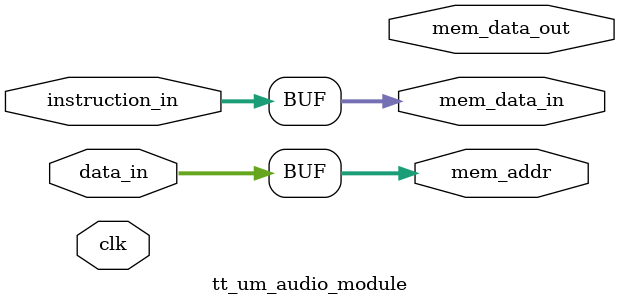
<source format=v>
/*
 * Copyright (c) 2024 Sanjay Jayaram, Sri Charan Tandepalli, Dennis Chen
 * SPDX-License-Identifier: Apache-2.0
 */

`default_nettype none

module tt_um_audio_module(
    input  wire [7:0] data_in, 
    input  wire [7:0] instruction_in,
    output wire [7:0] mem_addr,
    output wire [7:0] mem_data_in,
    output wire [7:0] mem_data_out,
    input wire clk
);

  reg [7:0] A;
  reg [7:0] X,Y;
  reg [15:0] PC;
  reg [7:0] S;
  reg [5:0] P;
  
  assign mem_addr = data_in;
  assign mem_data_in = instruction_in;

endmodule

</source>
